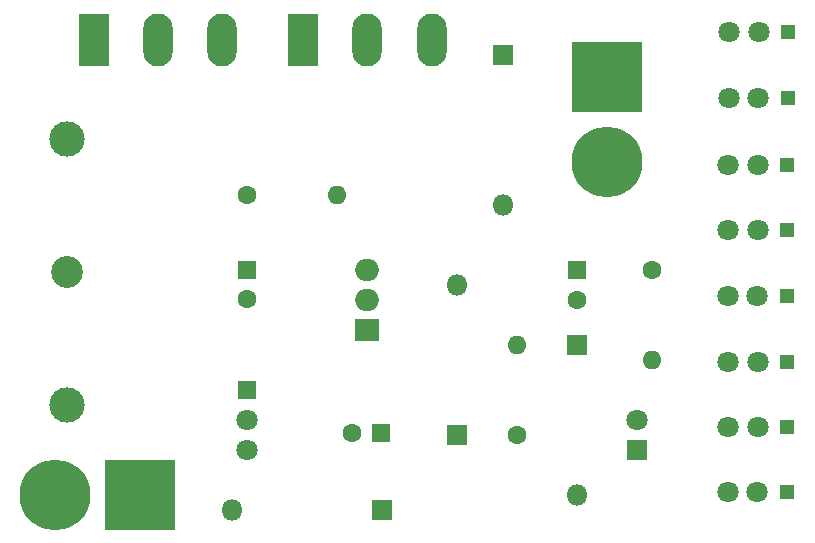
<source format=gbr>
%TF.GenerationSoftware,KiCad,Pcbnew,6.0.2+dfsg-1*%
%TF.CreationDate,2023-08-31T23:14:49-03:00*%
%TF.ProjectId,placa_alimentacao,706c6163-615f-4616-9c69-6d656e746163,rev?*%
%TF.SameCoordinates,Original*%
%TF.FileFunction,Soldermask,Top*%
%TF.FilePolarity,Negative*%
%FSLAX46Y46*%
G04 Gerber Fmt 4.6, Leading zero omitted, Abs format (unit mm)*
G04 Created by KiCad (PCBNEW 6.0.2+dfsg-1) date 2023-08-31 23:14:49*
%MOMM*%
%LPD*%
G01*
G04 APERTURE LIST*
%ADD10C,2.700000*%
%ADD11C,3.000000*%
%ADD12R,1.600000X1.600000*%
%ADD13C,1.600000*%
%ADD14O,1.600000X1.600000*%
%ADD15R,1.800000X1.800000*%
%ADD16C,1.800000*%
%ADD17R,1.280000X1.280000*%
%ADD18R,2.500000X4.500000*%
%ADD19O,2.500000X4.500000*%
%ADD20O,1.800000X1.800000*%
%ADD21R,1.500000X1.500000*%
%ADD22C,6.000000*%
%ADD23R,6.000000X6.000000*%
%ADD24R,2.000000X1.905000*%
%ADD25O,2.000000X1.905000*%
G04 APERTURE END LIST*
D10*
%TO.C,F1*%
X109220000Y-45900000D03*
D11*
X109220000Y-57150000D03*
X109220000Y-34650000D03*
%TD*%
D12*
%TO.C,C3*%
X135777361Y-59536027D03*
D13*
X133277361Y-59536027D03*
%TD*%
%TO.C,R3*%
X158750000Y-45720000D03*
D14*
X158750000Y-53340000D03*
%TD*%
D15*
%TO.C,D5*%
X157480000Y-60960000D03*
D16*
X157480000Y-58420000D03*
%TD*%
D12*
%TO.C,C1*%
X124460000Y-45720000D03*
D13*
X124460000Y-48220000D03*
%TD*%
D17*
%TO.C,J3*%
X170180000Y-36830000D03*
D16*
X167680000Y-36830000D03*
X165180000Y-36830000D03*
%TD*%
D18*
%TO.C,Q1*%
X129165000Y-26245000D03*
D19*
X134615000Y-26245000D03*
X140065000Y-26245000D03*
%TD*%
D15*
%TO.C,D2*%
X152400000Y-52070000D03*
D20*
X152400000Y-64770000D03*
%TD*%
D17*
%TO.C,J6*%
X170155962Y-59051842D03*
D16*
X167655962Y-59051842D03*
X165155962Y-59051842D03*
%TD*%
D17*
%TO.C,J8*%
X170237184Y-25574833D03*
D16*
X167737184Y-25574833D03*
X165237184Y-25574833D03*
%TD*%
D12*
%TO.C,C2*%
X152400000Y-45760000D03*
D13*
X152400000Y-48260000D03*
%TD*%
D21*
%TO.C,VR1*%
X124460000Y-55880000D03*
D16*
X124460000Y-58420000D03*
X124460000Y-60960000D03*
%TD*%
D13*
%TO.C,R1*%
X147320000Y-59690000D03*
D14*
X147320000Y-52070000D03*
%TD*%
D17*
%TO.C,J10*%
X170115617Y-64570729D03*
D16*
X167615617Y-64570729D03*
X165115617Y-64570729D03*
%TD*%
D18*
%TO.C,Q2*%
X111435000Y-26245000D03*
D19*
X116885000Y-26245000D03*
X122335000Y-26245000D03*
%TD*%
D22*
%TO.C,J1*%
X108160000Y-64770000D03*
D23*
X115360000Y-64770000D03*
%TD*%
D17*
%TO.C,J7*%
X170150740Y-47961093D03*
D16*
X167650740Y-47961093D03*
X165150740Y-47961093D03*
%TD*%
D15*
%TO.C,D1*%
X142240000Y-59690000D03*
D20*
X142240000Y-46990000D03*
%TD*%
D24*
%TO.C,U1*%
X134620000Y-50800000D03*
D25*
X134620000Y-48260000D03*
X134620000Y-45720000D03*
%TD*%
D15*
%TO.C,D3*%
X135890000Y-66040000D03*
D20*
X123190000Y-66040000D03*
%TD*%
D17*
%TO.C,J5*%
X170208592Y-31180780D03*
D16*
X167708592Y-31180780D03*
X165208592Y-31180780D03*
%TD*%
D17*
%TO.C,J4*%
X170155962Y-53516993D03*
D16*
X167655962Y-53516993D03*
X165155962Y-53516993D03*
%TD*%
D13*
%TO.C,R2*%
X124460000Y-39370000D03*
D14*
X132080000Y-39370000D03*
%TD*%
D15*
%TO.C,D4*%
X146069631Y-27523558D03*
D20*
X146069631Y-40223558D03*
%TD*%
D22*
%TO.C,J2*%
X154940000Y-36620000D03*
D23*
X154940000Y-29420000D03*
%TD*%
D17*
%TO.C,J9*%
X170179999Y-42401862D03*
D16*
X167679999Y-42401862D03*
X165179999Y-42401862D03*
%TD*%
M02*

</source>
